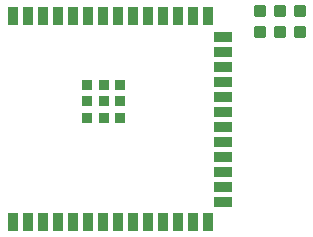
<source format=gbp>
G04 #@! TF.GenerationSoftware,KiCad,Pcbnew,8.0.1*
G04 #@! TF.CreationDate,2024-05-29T02:23:11-05:00*
G04 #@! TF.ProjectId,dsi_esp,6473695f-6573-4702-9e6b-696361645f70,1.0*
G04 #@! TF.SameCoordinates,Original*
G04 #@! TF.FileFunction,Paste,Bot*
G04 #@! TF.FilePolarity,Positive*
%FSLAX46Y46*%
G04 Gerber Fmt 4.6, Leading zero omitted, Abs format (unit mm)*
G04 Created by KiCad (PCBNEW 8.0.1) date 2024-05-29 02:23:11*
%MOMM*%
%LPD*%
G01*
G04 APERTURE LIST*
G04 Aperture macros list*
%AMRoundRect*
0 Rectangle with rounded corners*
0 $1 Rounding radius*
0 $2 $3 $4 $5 $6 $7 $8 $9 X,Y pos of 4 corners*
0 Add a 4 corners polygon primitive as box body*
4,1,4,$2,$3,$4,$5,$6,$7,$8,$9,$2,$3,0*
0 Add four circle primitives for the rounded corners*
1,1,$1+$1,$2,$3*
1,1,$1+$1,$4,$5*
1,1,$1+$1,$6,$7*
1,1,$1+$1,$8,$9*
0 Add four rect primitives between the rounded corners*
20,1,$1+$1,$2,$3,$4,$5,0*
20,1,$1+$1,$4,$5,$6,$7,0*
20,1,$1+$1,$6,$7,$8,$9,0*
20,1,$1+$1,$8,$9,$2,$3,0*%
G04 Aperture macros list end*
%ADD10R,0.900000X1.500000*%
%ADD11R,1.500000X0.900000*%
%ADD12R,0.900000X0.900000*%
%ADD13RoundRect,0.150000X0.350000X0.350000X-0.350000X0.350000X-0.350000X-0.350000X0.350000X-0.350000X0*%
G04 APERTURE END LIST*
D10*
X117800000Y-43200000D03*
X119070000Y-43200000D03*
X120340000Y-43200000D03*
X121610000Y-43200000D03*
X122880000Y-43200000D03*
X124150000Y-43200000D03*
X125420000Y-43200000D03*
X126690000Y-43200000D03*
X127960000Y-43200000D03*
X129230000Y-43200000D03*
X130500000Y-43200000D03*
X131770000Y-43200000D03*
X133040000Y-43200000D03*
X134310000Y-43200000D03*
D11*
X135560000Y-44965000D03*
X135560000Y-46235000D03*
X135560000Y-47505000D03*
X135560000Y-48775000D03*
X135560000Y-50045000D03*
X135560000Y-51315000D03*
X135560000Y-52585000D03*
X135560000Y-53855000D03*
X135560000Y-55125000D03*
X135560000Y-56395000D03*
X135560000Y-57665000D03*
X135560000Y-58935000D03*
D10*
X134310000Y-60700000D03*
X133040000Y-60700000D03*
X131770000Y-60700000D03*
X130500000Y-60700000D03*
X129230000Y-60700000D03*
X127960000Y-60700000D03*
X126690000Y-60700000D03*
X125420000Y-60700000D03*
X124150000Y-60700000D03*
X122880000Y-60700000D03*
X121610000Y-60700000D03*
X120340000Y-60700000D03*
X119070000Y-60700000D03*
X117800000Y-60700000D03*
D12*
X126920000Y-49050000D03*
X126920000Y-49050000D03*
X125520000Y-49050000D03*
X124120000Y-49050000D03*
X126920000Y-50450000D03*
X125520000Y-50450000D03*
X124120000Y-50450000D03*
X124120000Y-50450000D03*
X126920000Y-51850000D03*
X125520000Y-51850000D03*
X124120000Y-51850000D03*
D13*
X138700000Y-44577000D03*
X138700000Y-42823000D03*
X142100000Y-44577000D03*
X142100000Y-42823000D03*
X140400000Y-44554000D03*
X140400000Y-42800000D03*
M02*

</source>
